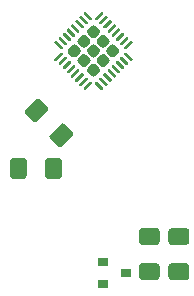
<source format=gbr>
%TF.GenerationSoftware,KiCad,Pcbnew,(5.1.6)-1*%
%TF.CreationDate,2021-02-26T18:45:46+01:00*%
%TF.ProjectId,STM32G031K8U6_Board,53544d33-3247-4303-9331-4b3855365f42,rev?*%
%TF.SameCoordinates,Original*%
%TF.FileFunction,Paste,Top*%
%TF.FilePolarity,Positive*%
%FSLAX46Y46*%
G04 Gerber Fmt 4.6, Leading zero omitted, Abs format (unit mm)*
G04 Created by KiCad (PCBNEW (5.1.6)-1) date 2021-02-26 18:45:46*
%MOMM*%
%LPD*%
G01*
G04 APERTURE LIST*
%ADD10R,0.900000X0.800000*%
G04 APERTURE END LIST*
%TO.C,C4*%
G36*
G01*
X130125000Y-71575000D02*
X128875000Y-71575000D01*
G75*
G02*
X128625000Y-71325000I0J250000D01*
G01*
X128625000Y-70400000D01*
G75*
G02*
X128875000Y-70150000I250000J0D01*
G01*
X130125000Y-70150000D01*
G75*
G02*
X130375000Y-70400000I0J-250000D01*
G01*
X130375000Y-71325000D01*
G75*
G02*
X130125000Y-71575000I-250000J0D01*
G01*
G37*
G36*
G01*
X130125000Y-74550000D02*
X128875000Y-74550000D01*
G75*
G02*
X128625000Y-74300000I0J250000D01*
G01*
X128625000Y-73375000D01*
G75*
G02*
X128875000Y-73125000I250000J0D01*
G01*
X130125000Y-73125000D01*
G75*
G02*
X130375000Y-73375000I0J-250000D01*
G01*
X130375000Y-74300000D01*
G75*
G02*
X130125000Y-74550000I-250000J0D01*
G01*
G37*
%TD*%
%TO.C,C6*%
G36*
G01*
X116502424Y-60136307D02*
X117386307Y-59252423D01*
G75*
G02*
X117739861Y-59252423I176777J-176777D01*
G01*
X118393935Y-59906497D01*
G75*
G02*
X118393935Y-60260051I-176777J-176777D01*
G01*
X117510051Y-61143935D01*
G75*
G02*
X117156497Y-61143935I-176777J176777D01*
G01*
X116502423Y-60489861D01*
G75*
G02*
X116502423Y-60136307I176777J176777D01*
G01*
G37*
G36*
G01*
X118606066Y-62239949D02*
X119489949Y-61356065D01*
G75*
G02*
X119843503Y-61356065I176777J-176777D01*
G01*
X120497577Y-62010139D01*
G75*
G02*
X120497577Y-62363693I-176777J-176777D01*
G01*
X119613693Y-63247577D01*
G75*
G02*
X119260139Y-63247577I-176777J176777D01*
G01*
X118606065Y-62593503D01*
G75*
G02*
X118606065Y-62239949I176777J176777D01*
G01*
G37*
%TD*%
D10*
%TO.C,Q1*%
X123050000Y-73000000D03*
X123050000Y-74900000D03*
X125050000Y-73950000D03*
%TD*%
%TO.C,R1*%
G36*
G01*
X127625000Y-74550000D02*
X126375000Y-74550000D01*
G75*
G02*
X126125000Y-74300000I0J250000D01*
G01*
X126125000Y-73375000D01*
G75*
G02*
X126375000Y-73125000I250000J0D01*
G01*
X127625000Y-73125000D01*
G75*
G02*
X127875000Y-73375000I0J-250000D01*
G01*
X127875000Y-74300000D01*
G75*
G02*
X127625000Y-74550000I-250000J0D01*
G01*
G37*
G36*
G01*
X127625000Y-71575000D02*
X126375000Y-71575000D01*
G75*
G02*
X126125000Y-71325000I0J250000D01*
G01*
X126125000Y-70400000D01*
G75*
G02*
X126375000Y-70150000I250000J0D01*
G01*
X127625000Y-70150000D01*
G75*
G02*
X127875000Y-70400000I0J-250000D01*
G01*
X127875000Y-71325000D01*
G75*
G02*
X127625000Y-71575000I-250000J0D01*
G01*
G37*
%TD*%
%TO.C,C2*%
G36*
G01*
X115200000Y-65725000D02*
X115200000Y-64475000D01*
G75*
G02*
X115450000Y-64225000I250000J0D01*
G01*
X116375000Y-64225000D01*
G75*
G02*
X116625000Y-64475000I0J-250000D01*
G01*
X116625000Y-65725000D01*
G75*
G02*
X116375000Y-65975000I-250000J0D01*
G01*
X115450000Y-65975000D01*
G75*
G02*
X115200000Y-65725000I0J250000D01*
G01*
G37*
G36*
G01*
X118175000Y-65725000D02*
X118175000Y-64475000D01*
G75*
G02*
X118425000Y-64225000I250000J0D01*
G01*
X119350000Y-64225000D01*
G75*
G02*
X119600000Y-64475000I0J-250000D01*
G01*
X119600000Y-65725000D01*
G75*
G02*
X119350000Y-65975000I-250000J0D01*
G01*
X118425000Y-65975000D01*
G75*
G02*
X118175000Y-65725000I0J250000D01*
G01*
G37*
%TD*%
%TO.C,U1*%
G36*
G01*
X119049961Y-55988679D02*
X118961573Y-55900291D01*
G75*
G02*
X118961573Y-55811903I44194J44194D01*
G01*
X119491903Y-55281573D01*
G75*
G02*
X119580291Y-55281573I44194J-44194D01*
G01*
X119668679Y-55369961D01*
G75*
G02*
X119668679Y-55458349I-44194J-44194D01*
G01*
X119138349Y-55988679D01*
G75*
G02*
X119049961Y-55988679I-44194J44194D01*
G01*
G37*
G36*
G01*
X119403515Y-56342232D02*
X119315127Y-56253844D01*
G75*
G02*
X119315127Y-56165456I44194J44194D01*
G01*
X119845457Y-55635126D01*
G75*
G02*
X119933845Y-55635126I44194J-44194D01*
G01*
X120022233Y-55723514D01*
G75*
G02*
X120022233Y-55811902I-44194J-44194D01*
G01*
X119491903Y-56342232D01*
G75*
G02*
X119403515Y-56342232I-44194J44194D01*
G01*
G37*
G36*
G01*
X119757068Y-56695786D02*
X119668680Y-56607398D01*
G75*
G02*
X119668680Y-56519010I44194J44194D01*
G01*
X120199010Y-55988680D01*
G75*
G02*
X120287398Y-55988680I44194J-44194D01*
G01*
X120375786Y-56077068D01*
G75*
G02*
X120375786Y-56165456I-44194J-44194D01*
G01*
X119845456Y-56695786D01*
G75*
G02*
X119757068Y-56695786I-44194J44194D01*
G01*
G37*
G36*
G01*
X120110622Y-57049339D02*
X120022234Y-56960951D01*
G75*
G02*
X120022234Y-56872563I44194J44194D01*
G01*
X120552564Y-56342233D01*
G75*
G02*
X120640952Y-56342233I44194J-44194D01*
G01*
X120729340Y-56430621D01*
G75*
G02*
X120729340Y-56519009I-44194J-44194D01*
G01*
X120199010Y-57049339D01*
G75*
G02*
X120110622Y-57049339I-44194J44194D01*
G01*
G37*
G36*
G01*
X120464175Y-57402892D02*
X120375787Y-57314504D01*
G75*
G02*
X120375787Y-57226116I44194J44194D01*
G01*
X120906117Y-56695786D01*
G75*
G02*
X120994505Y-56695786I44194J-44194D01*
G01*
X121082893Y-56784174D01*
G75*
G02*
X121082893Y-56872562I-44194J-44194D01*
G01*
X120552563Y-57402892D01*
G75*
G02*
X120464175Y-57402892I-44194J44194D01*
G01*
G37*
G36*
G01*
X120817728Y-57756446D02*
X120729340Y-57668058D01*
G75*
G02*
X120729340Y-57579670I44194J44194D01*
G01*
X121259670Y-57049340D01*
G75*
G02*
X121348058Y-57049340I44194J-44194D01*
G01*
X121436446Y-57137728D01*
G75*
G02*
X121436446Y-57226116I-44194J-44194D01*
G01*
X120906116Y-57756446D01*
G75*
G02*
X120817728Y-57756446I-44194J44194D01*
G01*
G37*
G36*
G01*
X121171282Y-58109999D02*
X121082894Y-58021611D01*
G75*
G02*
X121082894Y-57933223I44194J44194D01*
G01*
X121613224Y-57402893D01*
G75*
G02*
X121701612Y-57402893I44194J-44194D01*
G01*
X121790000Y-57491281D01*
G75*
G02*
X121790000Y-57579669I-44194J-44194D01*
G01*
X121259670Y-58109999D01*
G75*
G02*
X121171282Y-58109999I-44194J44194D01*
G01*
G37*
G36*
G01*
X121524835Y-58463553D02*
X121436447Y-58375165D01*
G75*
G02*
X121436447Y-58286777I44194J44194D01*
G01*
X121966777Y-57756447D01*
G75*
G02*
X122055165Y-57756447I44194J-44194D01*
G01*
X122143553Y-57844835D01*
G75*
G02*
X122143553Y-57933223I-44194J-44194D01*
G01*
X121613223Y-58463553D01*
G75*
G02*
X121524835Y-58463553I-44194J44194D01*
G01*
G37*
G36*
G01*
X122939049Y-58463553D02*
X122408719Y-57933223D01*
G75*
G02*
X122408719Y-57844835I44194J44194D01*
G01*
X122497107Y-57756447D01*
G75*
G02*
X122585495Y-57756447I44194J-44194D01*
G01*
X123115825Y-58286777D01*
G75*
G02*
X123115825Y-58375165I-44194J-44194D01*
G01*
X123027437Y-58463553D01*
G75*
G02*
X122939049Y-58463553I-44194J44194D01*
G01*
G37*
G36*
G01*
X123292602Y-58109999D02*
X122762272Y-57579669D01*
G75*
G02*
X122762272Y-57491281I44194J44194D01*
G01*
X122850660Y-57402893D01*
G75*
G02*
X122939048Y-57402893I44194J-44194D01*
G01*
X123469378Y-57933223D01*
G75*
G02*
X123469378Y-58021611I-44194J-44194D01*
G01*
X123380990Y-58109999D01*
G75*
G02*
X123292602Y-58109999I-44194J44194D01*
G01*
G37*
G36*
G01*
X123646156Y-57756446D02*
X123115826Y-57226116D01*
G75*
G02*
X123115826Y-57137728I44194J44194D01*
G01*
X123204214Y-57049340D01*
G75*
G02*
X123292602Y-57049340I44194J-44194D01*
G01*
X123822932Y-57579670D01*
G75*
G02*
X123822932Y-57668058I-44194J-44194D01*
G01*
X123734544Y-57756446D01*
G75*
G02*
X123646156Y-57756446I-44194J44194D01*
G01*
G37*
G36*
G01*
X123999709Y-57402892D02*
X123469379Y-56872562D01*
G75*
G02*
X123469379Y-56784174I44194J44194D01*
G01*
X123557767Y-56695786D01*
G75*
G02*
X123646155Y-56695786I44194J-44194D01*
G01*
X124176485Y-57226116D01*
G75*
G02*
X124176485Y-57314504I-44194J-44194D01*
G01*
X124088097Y-57402892D01*
G75*
G02*
X123999709Y-57402892I-44194J44194D01*
G01*
G37*
G36*
G01*
X124353262Y-57049339D02*
X123822932Y-56519009D01*
G75*
G02*
X123822932Y-56430621I44194J44194D01*
G01*
X123911320Y-56342233D01*
G75*
G02*
X123999708Y-56342233I44194J-44194D01*
G01*
X124530038Y-56872563D01*
G75*
G02*
X124530038Y-56960951I-44194J-44194D01*
G01*
X124441650Y-57049339D01*
G75*
G02*
X124353262Y-57049339I-44194J44194D01*
G01*
G37*
G36*
G01*
X124706816Y-56695786D02*
X124176486Y-56165456D01*
G75*
G02*
X124176486Y-56077068I44194J44194D01*
G01*
X124264874Y-55988680D01*
G75*
G02*
X124353262Y-55988680I44194J-44194D01*
G01*
X124883592Y-56519010D01*
G75*
G02*
X124883592Y-56607398I-44194J-44194D01*
G01*
X124795204Y-56695786D01*
G75*
G02*
X124706816Y-56695786I-44194J44194D01*
G01*
G37*
G36*
G01*
X125060369Y-56342232D02*
X124530039Y-55811902D01*
G75*
G02*
X124530039Y-55723514I44194J44194D01*
G01*
X124618427Y-55635126D01*
G75*
G02*
X124706815Y-55635126I44194J-44194D01*
G01*
X125237145Y-56165456D01*
G75*
G02*
X125237145Y-56253844I-44194J-44194D01*
G01*
X125148757Y-56342232D01*
G75*
G02*
X125060369Y-56342232I-44194J44194D01*
G01*
G37*
G36*
G01*
X125413923Y-55988679D02*
X124883593Y-55458349D01*
G75*
G02*
X124883593Y-55369961I44194J44194D01*
G01*
X124971981Y-55281573D01*
G75*
G02*
X125060369Y-55281573I44194J-44194D01*
G01*
X125590699Y-55811903D01*
G75*
G02*
X125590699Y-55900291I-44194J-44194D01*
G01*
X125502311Y-55988679D01*
G75*
G02*
X125413923Y-55988679I-44194J44194D01*
G01*
G37*
G36*
G01*
X124971981Y-55016407D02*
X124883593Y-54928019D01*
G75*
G02*
X124883593Y-54839631I44194J44194D01*
G01*
X125413923Y-54309301D01*
G75*
G02*
X125502311Y-54309301I44194J-44194D01*
G01*
X125590699Y-54397689D01*
G75*
G02*
X125590699Y-54486077I-44194J-44194D01*
G01*
X125060369Y-55016407D01*
G75*
G02*
X124971981Y-55016407I-44194J44194D01*
G01*
G37*
G36*
G01*
X124618427Y-54662854D02*
X124530039Y-54574466D01*
G75*
G02*
X124530039Y-54486078I44194J44194D01*
G01*
X125060369Y-53955748D01*
G75*
G02*
X125148757Y-53955748I44194J-44194D01*
G01*
X125237145Y-54044136D01*
G75*
G02*
X125237145Y-54132524I-44194J-44194D01*
G01*
X124706815Y-54662854D01*
G75*
G02*
X124618427Y-54662854I-44194J44194D01*
G01*
G37*
G36*
G01*
X124264874Y-54309300D02*
X124176486Y-54220912D01*
G75*
G02*
X124176486Y-54132524I44194J44194D01*
G01*
X124706816Y-53602194D01*
G75*
G02*
X124795204Y-53602194I44194J-44194D01*
G01*
X124883592Y-53690582D01*
G75*
G02*
X124883592Y-53778970I-44194J-44194D01*
G01*
X124353262Y-54309300D01*
G75*
G02*
X124264874Y-54309300I-44194J44194D01*
G01*
G37*
G36*
G01*
X123911320Y-53955747D02*
X123822932Y-53867359D01*
G75*
G02*
X123822932Y-53778971I44194J44194D01*
G01*
X124353262Y-53248641D01*
G75*
G02*
X124441650Y-53248641I44194J-44194D01*
G01*
X124530038Y-53337029D01*
G75*
G02*
X124530038Y-53425417I-44194J-44194D01*
G01*
X123999708Y-53955747D01*
G75*
G02*
X123911320Y-53955747I-44194J44194D01*
G01*
G37*
G36*
G01*
X123557767Y-53602194D02*
X123469379Y-53513806D01*
G75*
G02*
X123469379Y-53425418I44194J44194D01*
G01*
X123999709Y-52895088D01*
G75*
G02*
X124088097Y-52895088I44194J-44194D01*
G01*
X124176485Y-52983476D01*
G75*
G02*
X124176485Y-53071864I-44194J-44194D01*
G01*
X123646155Y-53602194D01*
G75*
G02*
X123557767Y-53602194I-44194J44194D01*
G01*
G37*
G36*
G01*
X123204214Y-53248640D02*
X123115826Y-53160252D01*
G75*
G02*
X123115826Y-53071864I44194J44194D01*
G01*
X123646156Y-52541534D01*
G75*
G02*
X123734544Y-52541534I44194J-44194D01*
G01*
X123822932Y-52629922D01*
G75*
G02*
X123822932Y-52718310I-44194J-44194D01*
G01*
X123292602Y-53248640D01*
G75*
G02*
X123204214Y-53248640I-44194J44194D01*
G01*
G37*
G36*
G01*
X122850660Y-52895087D02*
X122762272Y-52806699D01*
G75*
G02*
X122762272Y-52718311I44194J44194D01*
G01*
X123292602Y-52187981D01*
G75*
G02*
X123380990Y-52187981I44194J-44194D01*
G01*
X123469378Y-52276369D01*
G75*
G02*
X123469378Y-52364757I-44194J-44194D01*
G01*
X122939048Y-52895087D01*
G75*
G02*
X122850660Y-52895087I-44194J44194D01*
G01*
G37*
G36*
G01*
X122497107Y-52541533D02*
X122408719Y-52453145D01*
G75*
G02*
X122408719Y-52364757I44194J44194D01*
G01*
X122939049Y-51834427D01*
G75*
G02*
X123027437Y-51834427I44194J-44194D01*
G01*
X123115825Y-51922815D01*
G75*
G02*
X123115825Y-52011203I-44194J-44194D01*
G01*
X122585495Y-52541533D01*
G75*
G02*
X122497107Y-52541533I-44194J44194D01*
G01*
G37*
G36*
G01*
X121966777Y-52541533D02*
X121436447Y-52011203D01*
G75*
G02*
X121436447Y-51922815I44194J44194D01*
G01*
X121524835Y-51834427D01*
G75*
G02*
X121613223Y-51834427I44194J-44194D01*
G01*
X122143553Y-52364757D01*
G75*
G02*
X122143553Y-52453145I-44194J-44194D01*
G01*
X122055165Y-52541533D01*
G75*
G02*
X121966777Y-52541533I-44194J44194D01*
G01*
G37*
G36*
G01*
X121613224Y-52895087D02*
X121082894Y-52364757D01*
G75*
G02*
X121082894Y-52276369I44194J44194D01*
G01*
X121171282Y-52187981D01*
G75*
G02*
X121259670Y-52187981I44194J-44194D01*
G01*
X121790000Y-52718311D01*
G75*
G02*
X121790000Y-52806699I-44194J-44194D01*
G01*
X121701612Y-52895087D01*
G75*
G02*
X121613224Y-52895087I-44194J44194D01*
G01*
G37*
G36*
G01*
X121259670Y-53248640D02*
X120729340Y-52718310D01*
G75*
G02*
X120729340Y-52629922I44194J44194D01*
G01*
X120817728Y-52541534D01*
G75*
G02*
X120906116Y-52541534I44194J-44194D01*
G01*
X121436446Y-53071864D01*
G75*
G02*
X121436446Y-53160252I-44194J-44194D01*
G01*
X121348058Y-53248640D01*
G75*
G02*
X121259670Y-53248640I-44194J44194D01*
G01*
G37*
G36*
G01*
X120906117Y-53602194D02*
X120375787Y-53071864D01*
G75*
G02*
X120375787Y-52983476I44194J44194D01*
G01*
X120464175Y-52895088D01*
G75*
G02*
X120552563Y-52895088I44194J-44194D01*
G01*
X121082893Y-53425418D01*
G75*
G02*
X121082893Y-53513806I-44194J-44194D01*
G01*
X120994505Y-53602194D01*
G75*
G02*
X120906117Y-53602194I-44194J44194D01*
G01*
G37*
G36*
G01*
X120552564Y-53955747D02*
X120022234Y-53425417D01*
G75*
G02*
X120022234Y-53337029I44194J44194D01*
G01*
X120110622Y-53248641D01*
G75*
G02*
X120199010Y-53248641I44194J-44194D01*
G01*
X120729340Y-53778971D01*
G75*
G02*
X120729340Y-53867359I-44194J-44194D01*
G01*
X120640952Y-53955747D01*
G75*
G02*
X120552564Y-53955747I-44194J44194D01*
G01*
G37*
G36*
G01*
X120199010Y-54309300D02*
X119668680Y-53778970D01*
G75*
G02*
X119668680Y-53690582I44194J44194D01*
G01*
X119757068Y-53602194D01*
G75*
G02*
X119845456Y-53602194I44194J-44194D01*
G01*
X120375786Y-54132524D01*
G75*
G02*
X120375786Y-54220912I-44194J-44194D01*
G01*
X120287398Y-54309300D01*
G75*
G02*
X120199010Y-54309300I-44194J44194D01*
G01*
G37*
G36*
G01*
X119845457Y-54662854D02*
X119315127Y-54132524D01*
G75*
G02*
X119315127Y-54044136I44194J44194D01*
G01*
X119403515Y-53955748D01*
G75*
G02*
X119491903Y-53955748I44194J-44194D01*
G01*
X120022233Y-54486078D01*
G75*
G02*
X120022233Y-54574466I-44194J-44194D01*
G01*
X119933845Y-54662854D01*
G75*
G02*
X119845457Y-54662854I-44194J44194D01*
G01*
G37*
G36*
G01*
X119491903Y-55016407D02*
X118961573Y-54486077D01*
G75*
G02*
X118961573Y-54397689I44194J44194D01*
G01*
X119049961Y-54309301D01*
G75*
G02*
X119138349Y-54309301I44194J-44194D01*
G01*
X119668679Y-54839631D01*
G75*
G02*
X119668679Y-54928019I-44194J-44194D01*
G01*
X119580291Y-55016407D01*
G75*
G02*
X119491903Y-55016407I-44194J44194D01*
G01*
G37*
G36*
G01*
X120485388Y-55642197D02*
X120156583Y-55313392D01*
G75*
G02*
X120156583Y-54984588I164402J164402D01*
G01*
X120485388Y-54655783D01*
G75*
G02*
X120814192Y-54655783I164402J-164402D01*
G01*
X121142997Y-54984588D01*
G75*
G02*
X121142997Y-55313392I-164402J-164402D01*
G01*
X120814192Y-55642197D01*
G75*
G02*
X120485388Y-55642197I-164402J164402D01*
G01*
G37*
G36*
G01*
X121298561Y-56455370D02*
X120969756Y-56126565D01*
G75*
G02*
X120969756Y-55797761I164402J164402D01*
G01*
X121298561Y-55468956D01*
G75*
G02*
X121627365Y-55468956I164402J-164402D01*
G01*
X121956170Y-55797761D01*
G75*
G02*
X121956170Y-56126565I-164402J-164402D01*
G01*
X121627365Y-56455370D01*
G75*
G02*
X121298561Y-56455370I-164402J164402D01*
G01*
G37*
G36*
G01*
X122111734Y-57268543D02*
X121782929Y-56939738D01*
G75*
G02*
X121782929Y-56610934I164402J164402D01*
G01*
X122111734Y-56282129D01*
G75*
G02*
X122440538Y-56282129I164402J-164402D01*
G01*
X122769343Y-56610934D01*
G75*
G02*
X122769343Y-56939738I-164402J-164402D01*
G01*
X122440538Y-57268543D01*
G75*
G02*
X122111734Y-57268543I-164402J164402D01*
G01*
G37*
G36*
G01*
X121298561Y-54829024D02*
X120969756Y-54500219D01*
G75*
G02*
X120969756Y-54171415I164402J164402D01*
G01*
X121298561Y-53842610D01*
G75*
G02*
X121627365Y-53842610I164402J-164402D01*
G01*
X121956170Y-54171415D01*
G75*
G02*
X121956170Y-54500219I-164402J-164402D01*
G01*
X121627365Y-54829024D01*
G75*
G02*
X121298561Y-54829024I-164402J164402D01*
G01*
G37*
G36*
G01*
X122111734Y-55642197D02*
X121782929Y-55313392D01*
G75*
G02*
X121782929Y-54984588I164402J164402D01*
G01*
X122111734Y-54655783D01*
G75*
G02*
X122440538Y-54655783I164402J-164402D01*
G01*
X122769343Y-54984588D01*
G75*
G02*
X122769343Y-55313392I-164402J-164402D01*
G01*
X122440538Y-55642197D01*
G75*
G02*
X122111734Y-55642197I-164402J164402D01*
G01*
G37*
G36*
G01*
X122924907Y-56455370D02*
X122596102Y-56126565D01*
G75*
G02*
X122596102Y-55797761I164402J164402D01*
G01*
X122924907Y-55468956D01*
G75*
G02*
X123253711Y-55468956I164402J-164402D01*
G01*
X123582516Y-55797761D01*
G75*
G02*
X123582516Y-56126565I-164402J-164402D01*
G01*
X123253711Y-56455370D01*
G75*
G02*
X122924907Y-56455370I-164402J164402D01*
G01*
G37*
G36*
G01*
X122111734Y-54015851D02*
X121782929Y-53687046D01*
G75*
G02*
X121782929Y-53358242I164402J164402D01*
G01*
X122111734Y-53029437D01*
G75*
G02*
X122440538Y-53029437I164402J-164402D01*
G01*
X122769343Y-53358242D01*
G75*
G02*
X122769343Y-53687046I-164402J-164402D01*
G01*
X122440538Y-54015851D01*
G75*
G02*
X122111734Y-54015851I-164402J164402D01*
G01*
G37*
G36*
G01*
X122924907Y-54829024D02*
X122596102Y-54500219D01*
G75*
G02*
X122596102Y-54171415I164402J164402D01*
G01*
X122924907Y-53842610D01*
G75*
G02*
X123253711Y-53842610I164402J-164402D01*
G01*
X123582516Y-54171415D01*
G75*
G02*
X123582516Y-54500219I-164402J-164402D01*
G01*
X123253711Y-54829024D01*
G75*
G02*
X122924907Y-54829024I-164402J164402D01*
G01*
G37*
G36*
G01*
X123738080Y-55642197D02*
X123409275Y-55313392D01*
G75*
G02*
X123409275Y-54984588I164402J164402D01*
G01*
X123738080Y-54655783D01*
G75*
G02*
X124066884Y-54655783I164402J-164402D01*
G01*
X124395689Y-54984588D01*
G75*
G02*
X124395689Y-55313392I-164402J-164402D01*
G01*
X124066884Y-55642197D01*
G75*
G02*
X123738080Y-55642197I-164402J164402D01*
G01*
G37*
%TD*%
M02*

</source>
